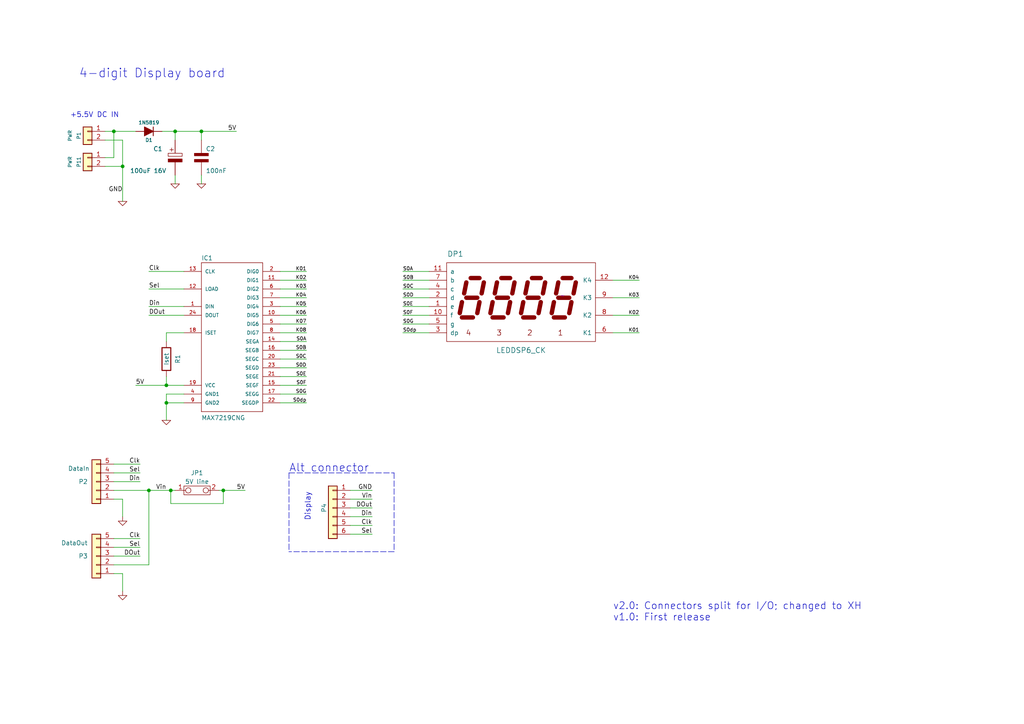
<source format=kicad_sch>
(kicad_sch (version 20211123) (generator eeschema)
  (paper "A4")
  (title_block (date "6 mar 2017") (rev "v1.0"))
  (lib_symbols
    (symbol "Connector_Generic:Conn_01x02" (pin_names (offset 1.016) hide)
      (property "Reference" "J" (at 0 2.54 0))
      (property "Value" "Conn_01x02" (at 0 -5.08 0))
      (symbol "Conn_01x02_1_1"
        (rectangle (start -1.27 -2.413) (end 0 -2.667) (stroke (width 0.1524)))
        (rectangle (start -1.27 0.127) (end 0 -0.127) (stroke (width 0.1524)))
        (rectangle (start -1.27 1.27) (end 1.27 -3.81) (stroke (width 0.254)) (fill (type background)))
        (pin passive line (at -5.08 0 0) (length 3.81) (name "Pin_1") (number "1"))
        (pin passive line (at -5.08 -2.54 0) (length 3.81) (name "Pin_2") (number "2"))
      )
    )
    (symbol "Connector_Generic:Conn_01x05" (pin_names hide)
      (property "Reference" "J" (at 0 7.62 0))
      (property "Value" "Conn_01x05" (at 0 -7.62 0))
      (symbol "Conn_01x05_1_1"
        (rectangle (start -1.27 -4.953) (end 0 -5.207))
        (rectangle (start -1.27 -2.413) (end 0 -2.667))
        (rectangle (start -1.27 0.127) (end 0 -0.127))
        (rectangle (start -1.27 2.667) (end 0 2.413))
        (rectangle (start -1.27 5.207) (end 0 4.953))
        (rectangle (start -1.27 6.35) (end 1.27 -6.35) (stroke (width 0.254)) (fill (type background)))
        (pin passive line (at -5.08 5.08 0) (length 3.81) (name "Pin_1") (number "1"))
        (pin passive line (at -5.08 2.54 0) (length 3.81) (name "Pin_2") (number "2"))
        (pin passive line (at -5.08 0 0) (length 3.81) (name "Pin_3") (number "3"))
        (pin passive line (at -5.08 -2.54 0) (length 3.81) (name "Pin_4") (number "4"))
        (pin passive line (at -5.08 -5.08 0) (length 3.81) (name "Pin_5") (number "5"))
      )
    )
    (symbol "Connector_Generic:Conn_01x06" (pin_names (offset 1.016) hide)
      (property "Reference" "J" (at 0 7.62 0))
      (property "Value" "Conn_01x06" (at 0 -10.16 0))
      (symbol "Conn_01x06_1_1"
        (rectangle (start -1.27 -7.493) (end 0 -7.747) (stroke (width 0.1524)))
        (rectangle (start -1.27 -4.953) (end 0 -5.207) (stroke (width 0.1524)))
        (rectangle (start -1.27 -2.413) (end 0 -2.667) (stroke (width 0.1524)))
        (rectangle (start -1.27 0.127) (end 0 -0.127) (stroke (width 0.1524)))
        (rectangle (start -1.27 2.667) (end 0 2.413) (stroke (width 0.1524)))
        (rectangle (start -1.27 5.207) (end 0 4.953) (stroke (width 0.1524)))
        (rectangle (start -1.27 6.35) (end 1.27 -8.89) (stroke (width 0.254)) (fill (type background)))
        (pin passive line (at -5.08 5.08 0) (length 3.81) (name "Pin_1") (number "1"))
        (pin passive line (at -5.08 2.54 0) (length 3.81) (name "Pin_2") (number "2"))
        (pin passive line (at -5.08 0 0) (length 3.81) (name "Pin_3") (number "3"))
        (pin passive line (at -5.08 -2.54 0) (length 3.81) (name "Pin_4") (number "4"))
        (pin passive line (at -5.08 -5.08 0) (length 3.81) (name "Pin_5") (number "5"))
        (pin passive line (at -5.08 -7.62 0) (length 3.81) (name "Pin_6") (number "6"))
      )
    )
    (symbol "Device:D_Filled" (pin_numbers hide) (pin_names (offset 1.016) hide)
      (property "Reference" "D" (at 0 2.54 0))
      (property "Value" "D_Filled" (at 0 -2.54 0))
      (symbol "D_Filled_0_1"
        (polyline (pts (xy -1.27 1.27) (xy -1.27 -1.27)) (stroke (width 0.254)))
        (polyline (pts (xy 1.27 0) (xy -1.27 0)))
        (polyline (pts (xy 1.27 1.27) (xy 1.27 -1.27) (xy -1.27 0) (xy 1.27 1.27)) (stroke (width 0.254)) (fill (type outline)))
      )
      (symbol "D_Filled_1_1"
        (pin passive line (at -3.81 0 0) (length 2.54) (name "K") (number "1"))
        (pin passive line (at 3.81 0 180) (length 2.54) (name "A") (number "2"))
      )
    )
    (symbol "FSP-Display6-rescue:GND" (power) (pin_names (offset 0))
      (symbol "GND_0_1"
        (polyline (pts (xy -1.27 0) (xy 0 -1.27) (xy 1.27 0) (xy -1.27 0)))
      )
      (symbol "GND_1_1"
        (pin power_in line (at 0 0 90) (length 0) hide (name "GND") (number "1"))
      )
    )
    (symbol "FSP-Display6-rescue:MAX7219CNG" (pin_names (offset 1.016))
      (property "Reference" "IC" (at -10.16 20.955 0))
      (property "Value" "MAX7219CNG" (at -10.16 -25.4 0))
      (symbol "MAX7219CNG_1_0"
        (polyline (pts (xy -10.16 -22.86) (xy 7.62 -22.86)))
        (polyline (pts (xy -10.16 20.32) (xy -10.16 -22.86)))
        (polyline (pts (xy 7.62 -22.86) (xy 7.62 20.32)))
        (polyline (pts (xy 7.62 20.32) (xy -10.16 20.32)))
      )
      (symbol "MAX7219CNG_1_1"
        (pin input line (at -15.24 7.62 0) (length 5.08) (name "DIN") (number "1"))
        (pin output line (at 12.7 5.08 180) (length 5.08) (name "DIG5") (number "10"))
        (pin output line (at 12.7 15.24 180) (length 5.08) (name "DIG1") (number "11"))
        (pin input line (at -15.24 12.7 0) (length 5.08) (name "LOAD") (number "12"))
        (pin input line (at -15.24 17.78 0) (length 5.08) (name "CLK") (number "13"))
        (pin output line (at 12.7 -2.54 180) (length 5.08) (name "SEGA") (number "14"))
        (pin output line (at 12.7 -15.24 180) (length 5.08) (name "SEGF") (number "15"))
        (pin output line (at 12.7 -5.08 180) (length 5.08) (name "SEGB") (number "16"))
        (pin output line (at 12.7 -17.78 180) (length 5.08) (name "SEGG") (number "17"))
        (pin input line (at -15.24 0 0) (length 5.08) (name "ISET") (number "18"))
        (pin power_in line (at -15.24 -15.24 0) (length 5.08) (name "VCC") (number "19"))
        (pin output line (at 12.7 17.78 180) (length 5.08) (name "DIG0") (number "2"))
        (pin output line (at 12.7 -7.62 180) (length 5.08) (name "SEGC") (number "20"))
        (pin output line (at 12.7 -12.7 180) (length 5.08) (name "SEGE") (number "21"))
        (pin output line (at 12.7 -20.32 180) (length 5.08) (name "SEGDP") (number "22"))
        (pin output line (at 12.7 -10.16 180) (length 5.08) (name "SEGD") (number "23"))
        (pin output line (at -15.24 5.08 0) (length 5.08) (name "DOUT") (number "24"))
        (pin output line (at 12.7 7.62 180) (length 5.08) (name "DIG4") (number "3"))
        (pin power_in line (at -15.24 -17.78 0) (length 5.08) (name "GND1") (number "4"))
        (pin output line (at 12.7 2.54 180) (length 5.08) (name "DIG6") (number "5"))
        (pin output line (at 12.7 12.7 180) (length 5.08) (name "DIG2") (number "6"))
        (pin output line (at 12.7 10.16 180) (length 5.08) (name "DIG3") (number "7"))
        (pin output line (at 12.7 0 180) (length 5.08) (name "DIG7") (number "8"))
        (pin power_in line (at -15.24 -20.32 0) (length 5.08) (name "GND2") (number "9"))
      )
    )
    (symbol "FSP-Display6-rescue:R" (pin_numbers hide) (pin_names (offset 0))
      (property "Reference" "R" (at 3.302 0 90))
      (property "Value" "R" (at 0 0 90))
      (symbol "R_0_1"
        (rectangle (start -1.27 3.302) (end 1.27 -3.302) (stroke (width 0.3048)))
      )
      (symbol "R_1_1"
        (pin passive line (at 0 5.08 270) (length 1.778) (name "~") (number "1"))
        (pin passive line (at 0 -5.08 90) (length 1.778) (name "~") (number "2"))
      )
    )
    (symbol "GCC_Switches:JUMPER2"
      (property "Reference" "JP" (at 7.62 3.81 0))
      (property "Value" "JUMPER2" (at 7.62 -3.81 0))
      (symbol "JUMPER2_0_1"
        (rectangle (start 2.54 1.27) (end 10.16 -1.27))
        (circle (center 3.81 0) (radius 0.762))
        (circle (center 8.89 0) (radius 0.762))
      )
      (symbol "JUMPER2_1_1"
        (pin passive line (at 0 0 0) (length 3.048) (name "~") (number "1"))
        (pin passive line (at 12.7 0 180) (length 3.048) (name "~") (number "2"))
      )
    )
    (symbol "GCC_device:C" (pin_numbers hide) (pin_names (offset 0.254))
      (property "Reference" "C" (at 1.27 2.54 0))
      (property "Value" "C" (at 1.27 -2.54 0))
      (symbol "C_0_1"
        (rectangle (start -2.032 -0.508) (end 2.032 -1.27) (fill (type outline)))
        (rectangle (start -2.032 1.27) (end 2.032 0.508) (fill (type outline)))
      )
      (symbol "C_1_1"
        (pin passive line (at 0 5.08 270) (length 3.81) (name "~") (number "1"))
        (pin passive line (at 0 -5.08 90) (length 3.81) (name "~") (number "2"))
      )
    )
    (symbol "GCC_device:CAPAPOL" (pin_numbers hide) (pin_names (offset 0.254) hide)
      (property "Reference" "C" (at 1.27 2.54 0))
      (property "Value" "CAPAPOL" (at 1.27 -2.54 0))
      (symbol "CAPAPOL_0_1"
        (rectangle (start -2.032 -0.381) (end 2.032 -1.27) (fill (type outline)))
        (rectangle (start -2.032 1.27) (end 2.032 0.381))
        (polyline (pts (xy -1.524 2.286) (xy -0.508 2.286) (xy -0.508 2.286)))
        (polyline (pts (xy -1.016 2.794) (xy -1.016 1.778) (xy -1.016 2.032)))
      )
      (symbol "CAPAPOL_1_1"
        (pin passive line (at 0 5.08 270) (length 3.81) (name "~") (number "1"))
        (pin passive line (at 0 -5.08 90) (length 3.81) (name "~") (number "2"))
      )
    )
    (symbol "GCC_display:LEDDSP4_CK_6+6" (pin_names (offset 1.016))
      (property "Reference" "S" (at -20.32 11.43 0))
      (property "Value" "LEDDSP4_CK_6+6" (at 0 -15.24 0))
      (symbol "LEDDSP4_CK_6+6_0_0"
        (text "1" (at 11.43 -10.16 0) (effects (font (size 1.524 1.524))))
        (text "2" (at 2.54 -10.16 0) (effects (font (size 1.524 1.524))))
        (text "3" (at -6.35 -10.16 0) (effects (font (size 1.524 1.524))))
        (text "4" (at -15.24 -10.16 0) (effects (font (size 1.524 1.524))))
      )
      (symbol "LEDDSP4_CK_6+6_0_1"
        (rectangle (start -21.59 10.16) (end 21.59 -12.7))
        (polyline (pts (xy -17.145 -5.715) (xy -13.97 -5.715)) (stroke (width 1.27)))
        (polyline (pts (xy -17.145 -1.27) (xy -17.78 -4.445)) (stroke (width 1.27)))
        (polyline (pts (xy -16.51 1.27) (xy -15.875 4.445)) (stroke (width 1.27)))
        (polyline (pts (xy -15.875 0) (xy -12.7 0)) (stroke (width 1.27)))
        (polyline (pts (xy -14.605 5.715) (xy -12.065 5.715)) (stroke (width 1.27)))
        (polyline (pts (xy -12.065 -1.27) (xy -12.7 -4.445)) (stroke (width 1.27)))
        (polyline (pts (xy -11.43 -5.715) (xy -11.43 -5.715)) (stroke (width 1.27)))
        (polyline (pts (xy -11.43 1.27) (xy -10.795 4.445)) (stroke (width 1.27)))
        (polyline (pts (xy -8.255 -5.715) (xy -5.08 -5.715)) (stroke (width 1.27)))
        (polyline (pts (xy -8.255 -1.27) (xy -8.89 -4.445)) (stroke (width 1.27)))
        (polyline (pts (xy -7.62 1.27) (xy -6.985 4.445)) (stroke (width 1.27)))
        (polyline (pts (xy -6.985 0) (xy -3.81 0)) (stroke (width 1.27)))
        (polyline (pts (xy -5.715 5.715) (xy -3.175 5.715)) (stroke (width 1.27)))
        (polyline (pts (xy -3.175 -1.27) (xy -3.81 -4.445)) (stroke (width 1.27)))
        (polyline (pts (xy -2.54 -5.715) (xy -2.54 -5.715)) (stroke (width 1.27)))
        (polyline (pts (xy -2.54 1.27) (xy -1.905 4.445)) (stroke (width 1.27)))
        (polyline (pts (xy 0.635 -5.715) (xy 3.81 -5.715)) (stroke (width 1.27)))
        (polyline (pts (xy 0.635 -1.27) (xy 0 -4.445)) (stroke (width 1.27)))
        (polyline (pts (xy 1.27 1.27) (xy 1.905 4.445)) (stroke (width 1.27)))
        (polyline (pts (xy 1.905 0) (xy 5.08 0)) (stroke (width 1.27)))
        (polyline (pts (xy 3.175 5.715) (xy 5.715 5.715)) (stroke (width 1.27)))
        (polyline (pts (xy 5.715 -1.27) (xy 5.08 -4.445)) (stroke (width 1.27)))
        (polyline (pts (xy 6.35 -5.715) (xy 6.35 -5.715)) (stroke (width 1.27)))
        (polyline (pts (xy 6.35 1.27) (xy 6.985 4.445)) (stroke (width 1.27)))
        (polyline (pts (xy 9.525 -5.715) (xy 12.7 -5.715)) (stroke (width 1.27)))
        (polyline (pts (xy 9.525 -1.27) (xy 8.89 -4.445)) (stroke (width 1.27)))
        (polyline (pts (xy 10.16 1.27) (xy 10.795 4.445)) (stroke (width 1.27)))
        (polyline (pts (xy 10.795 0) (xy 13.97 0)) (stroke (width 1.27)))
        (polyline (pts (xy 12.065 5.715) (xy 14.605 5.715)) (stroke (width 1.27)))
        (polyline (pts (xy 14.605 -1.27) (xy 13.97 -4.445)) (stroke (width 1.27)))
        (polyline (pts (xy 15.24 -5.715) (xy 15.24 -5.715)) (stroke (width 1.27)))
        (polyline (pts (xy 15.24 1.27) (xy 15.875 4.445)) (stroke (width 1.27)))
      )
      (symbol "LEDDSP4_CK_6+6_1_1"
        (pin passive line (at -26.67 -2.54 0) (length 5.08) (name "e") (number "1"))
        (pin passive line (at -26.67 -5.08 0) (length 5.08) (name "f") (number "10"))
        (pin passive line (at -26.67 7.62 0) (length 5.08) (name "a") (number "11"))
        (pin passive line (at 26.67 5.08 180) (length 5.08) (name "K4") (number "12"))
        (pin passive line (at -26.67 0 0) (length 5.08) (name "d") (number "2"))
        (pin passive line (at -26.67 -10.16 0) (length 5.08) (name "dp") (number "3"))
        (pin passive line (at -26.67 2.54 0) (length 5.08) (name "c") (number "4"))
        (pin passive line (at -26.67 -7.62 0) (length 5.08) (name "g") (number "5"))
        (pin passive line (at 26.67 -10.16 180) (length 5.08) (name "K1") (number "6"))
        (pin passive line (at -26.67 5.08 0) (length 5.08) (name "b") (number "7"))
        (pin passive line (at 26.67 -5.08 180) (length 5.08) (name "K2") (number "8"))
        (pin passive line (at 26.67 0 180) (length 5.08) (name "K3") (number "9"))
      )
    )
    (symbol "power:GND" (power) (pin_names (offset 0))
      (property "Value" "GND" (at 0 -3.81 0))
      (symbol "GND_0_1"
        (polyline (pts (xy 0 0) (xy 0 -1.27) (xy 1.27 -1.27) (xy 0 -2.54) (xy -1.27 -1.27) (xy 0 -1.27)))
      )
      (symbol "GND_1_1"
        (pin power_in line (at 0 0 270) (length 0) hide (name "GND") (number "1"))
      )
    )
  )
  (junction (at 33.02 38.1))
  (junction (at 49.53 142.24))
  (junction (at 43.18 142.24))
  (junction (at 35.56 48.26))
  (junction (at 64.77 142.24))
  (junction (at 48.26 116.84))
  (junction (at 48.26 111.76))
  (junction (at 50.8 38.1))
  (junction (at 58.42 38.1))
  (wire (pts (xy 63.5 142.24) (xy 64.77 142.24)))
  (wire (pts (xy 48.26 116.84) (xy 53.34 116.84)))
  (wire (pts (xy 116.84 93.98) (xy 124.46 93.98)))
  (wire (pts (xy 48.26 111.76) (xy 53.34 111.76)))
  (wire (pts (xy 35.56 144.78) (xy 35.56 149.86)))
  (wire (pts (xy 116.84 78.74) (xy 124.46 78.74)))
  (wire (pts (xy 81.28 114.3) (xy 88.9 114.3)))
  (wire (pts (xy 53.34 88.9) (xy 43.18 88.9)))
  (wire (pts (xy 53.34 78.74) (xy 43.18 78.74)))
  (wire (pts (xy 101.6 152.4) (xy 107.95 152.4)))
  (wire (pts (xy 58.42 50.8) (xy 58.42 53.34)))
  (wire (pts (xy 53.34 83.82) (xy 43.18 83.82)))
  (wire (pts (xy 107.95 149.86) (xy 101.6 149.86)))
  (wire (pts (xy 116.84 96.52) (xy 124.46 96.52)))
  (wire (pts (xy 116.84 88.9) (xy 124.46 88.9)))
  (polyline (pts (xy 83.82 137.16) (xy 83.82 160.02)))
  (wire (pts (xy 50.8 50.8) (xy 50.8 53.34)))
  (wire (pts (xy 40.64 137.16) (xy 33.02 137.16)))
  (wire (pts (xy 48.26 109.22) (xy 48.26 111.76)))
  (wire (pts (xy 116.84 81.28) (xy 124.46 81.28)))
  (wire (pts (xy 50.8 38.1) (xy 58.42 38.1)))
  (wire (pts (xy 50.8 38.1) (xy 50.8 40.64)))
  (wire (pts (xy 33.02 38.1) (xy 39.37 38.1)))
  (wire (pts (xy 30.48 45.72) (xy 33.02 45.72)))
  (wire (pts (xy 64.77 146.05) (xy 64.77 142.24)))
  (wire (pts (xy 49.53 146.05) (xy 64.77 146.05)))
  (polyline (pts (xy 114.3 137.16) (xy 114.3 160.02)))
  (wire (pts (xy 81.28 96.52) (xy 88.9 96.52)))
  (wire (pts (xy 81.28 104.14) (xy 88.9 104.14)))
  (wire (pts (xy 81.28 109.22) (xy 88.9 109.22)))
  (wire (pts (xy 46.99 38.1) (xy 50.8 38.1)))
  (wire (pts (xy 40.64 158.75) (xy 33.02 158.75)))
  (wire (pts (xy 35.56 40.64) (xy 30.48 40.64)))
  (wire (pts (xy 39.37 111.76) (xy 48.26 111.76)))
  (wire (pts (xy 107.95 147.32) (xy 101.6 147.32)))
  (wire (pts (xy 81.28 86.36) (xy 88.9 86.36)))
  (wire (pts (xy 33.02 163.83) (xy 43.18 163.83)))
  (wire (pts (xy 177.8 91.44) (xy 185.42 91.44)))
  (wire (pts (xy 81.28 106.68) (xy 88.9 106.68)))
  (wire (pts (xy 30.48 38.1) (xy 33.02 38.1)))
  (wire (pts (xy 53.34 91.44) (xy 43.18 91.44)))
  (wire (pts (xy 81.28 99.06) (xy 88.9 99.06)))
  (wire (pts (xy 53.34 114.3) (xy 48.26 114.3)))
  (wire (pts (xy 116.84 83.82) (xy 124.46 83.82)))
  (wire (pts (xy 81.28 78.74) (xy 88.9 78.74)))
  (wire (pts (xy 35.56 166.37) (xy 35.56 171.45)))
  (wire (pts (xy 30.48 48.26) (xy 35.56 48.26)))
  (wire (pts (xy 35.56 40.64) (xy 35.56 48.26)))
  (wire (pts (xy 35.56 48.26) (xy 35.56 58.42)))
  (wire (pts (xy 177.8 86.36) (xy 185.42 86.36)))
  (polyline (pts (xy 114.3 160.02) (xy 83.82 160.02)))
  (wire (pts (xy 40.64 161.29) (xy 33.02 161.29)))
  (wire (pts (xy 81.28 83.82) (xy 88.9 83.82)))
  (wire (pts (xy 40.64 156.21) (xy 33.02 156.21)))
  (wire (pts (xy 53.34 96.52) (xy 48.26 96.52)))
  (wire (pts (xy 33.02 144.78) (xy 35.56 144.78)))
  (wire (pts (xy 40.64 139.7) (xy 33.02 139.7)))
  (wire (pts (xy 43.18 142.24) (xy 49.53 142.24)))
  (wire (pts (xy 48.26 116.84) (xy 48.26 121.92)))
  (wire (pts (xy 81.28 81.28) (xy 88.9 81.28)))
  (wire (pts (xy 49.53 142.24) (xy 49.53 146.05)))
  (wire (pts (xy 116.84 91.44) (xy 124.46 91.44)))
  (polyline (pts (xy 83.82 137.16) (xy 114.3 137.16)))
  (wire (pts (xy 81.28 88.9) (xy 88.9 88.9)))
  (wire (pts (xy 177.8 96.52) (xy 185.42 96.52)))
  (wire (pts (xy 177.8 81.28) (xy 185.42 81.28)))
  (wire (pts (xy 107.95 154.94) (xy 101.6 154.94)))
  (wire (pts (xy 43.18 142.24) (xy 43.18 163.83)))
  (wire (pts (xy 107.95 142.24) (xy 101.6 142.24)))
  (wire (pts (xy 33.02 45.72) (xy 33.02 38.1)))
  (wire (pts (xy 101.6 144.78) (xy 107.95 144.78)))
  (wire (pts (xy 81.28 116.84) (xy 88.9 116.84)))
  (wire (pts (xy 81.28 93.98) (xy 88.9 93.98)))
  (wire (pts (xy 58.42 38.1) (xy 68.58 38.1)))
  (wire (pts (xy 81.28 111.76) (xy 88.9 111.76)))
  (wire (pts (xy 48.26 114.3) (xy 48.26 116.84)))
  (wire (pts (xy 40.64 134.62) (xy 33.02 134.62)))
  (wire (pts (xy 49.53 142.24) (xy 50.8 142.24)))
  (wire (pts (xy 64.77 142.24) (xy 71.12 142.24)))
  (wire (pts (xy 33.02 142.24) (xy 43.18 142.24)))
  (wire (pts (xy 48.26 96.52) (xy 48.26 99.06)))
  (wire (pts (xy 116.84 86.36) (xy 124.46 86.36)))
  (wire (pts (xy 81.28 91.44) (xy 88.9 91.44)))
  (wire (pts (xy 58.42 38.1) (xy 58.42 40.64)))
  (wire (pts (xy 33.02 166.37) (xy 35.56 166.37)))
  (wire (pts (xy 81.28 101.6) (xy 88.9 101.6)))
  (text "+5.5V DC IN" (at 20.32 34.29 0) (effects (font (size 1.4732 1.4732)) (justify left bottom)))
  (text "Alt connector" (at 83.82 137.16 0) (effects (font (size 2.286 2.286)) (justify left bottom)))
  (text "v2.0: Connectors split for I/O; changed to XH\nv1.0: First release" (at 177.8 180.34 0) (effects (font (size 2.032 2.032)) (justify left bottom)))
  (text "4-digit Display board" (at 22.86 22.86 0) (effects (font (size 2.54 2.54)) (justify left bottom)))
  (text "Display" (at 90.17 151.13 90) (effects (font (size 1.524 1.524)) (justify left bottom)))
  (label "S0dp" (at 88.9 116.84 180) (effects (font (size 1.016 1.016))))
  (label "Vin" (at 48.26 142.24 180))
  (label "K01" (at 88.9 78.74 180) (effects (font (size 1.016 1.016))))
  (label "Din" (at 43.18 88.9 0))
  (label "S0A" (at 88.9 99.06 180) (effects (font (size 1.016 1.016))))
  (label "S0F" (at 88.9 111.76 180) (effects (font (size 1.016 1.016))))
  (label "K02" (at 88.9 81.28 180) (effects (font (size 1.016 1.016))))
  (label "S0B" (at 88.9 101.6 180) (effects (font (size 1.016 1.016))))
  (label "S0C" (at 88.9 104.14 180) (effects (font (size 1.016 1.016))))
  (label "K03" (at 185.42 86.36 180) (effects (font (size 1.016 1.016))))
  (label "Sel" (at 107.95 154.94 180))
  (label "Din" (at 107.95 149.86 180))
  (label "K08" (at 88.9 96.52 180) (effects (font (size 1.016 1.016))))
  (label "S0F" (at 116.84 91.44 0) (effects (font (size 1.016 1.016))))
  (label "S0E" (at 116.84 88.9 0) (effects (font (size 1.016 1.016))))
  (label "DOut" (at 107.95 147.32 180))
  (label "K03" (at 88.9 83.82 180) (effects (font (size 1.016 1.016))))
  (label "Clk" (at 43.18 78.74 0))
  (label "Sel" (at 40.64 158.75 180))
  (label "S0G" (at 116.84 93.98 0) (effects (font (size 1.016 1.016))))
  (label "K06" (at 88.9 91.44 180) (effects (font (size 1.016 1.016))))
  (label "K05" (at 88.9 88.9 180) (effects (font (size 1.016 1.016))))
  (label "K02" (at 185.42 91.44 180) (effects (font (size 1.016 1.016))))
  (label "Clk" (at 40.64 156.21 180))
  (label "Din" (at 40.64 139.7 180))
  (label "K04" (at 185.42 81.28 180) (effects (font (size 1.016 1.016))))
  (label "5V" (at 71.12 142.24 180))
  (label "S0B" (at 116.84 81.28 0) (effects (font (size 1.016 1.016))))
  (label "K04" (at 88.9 86.36 180) (effects (font (size 1.016 1.016))))
  (label "Sel" (at 40.64 137.16 180))
  (label "Vin" (at 107.95 144.78 180))
  (label "S0D" (at 116.84 86.36 0) (effects (font (size 1.016 1.016))))
  (label "GND" (at 107.95 142.24 180))
  (label "S0E" (at 88.9 109.22 180) (effects (font (size 1.016 1.016))))
  (label "S0dp" (at 116.84 96.52 0) (effects (font (size 1.016 1.016))))
  (label "S0G" (at 88.9 114.3 180) (effects (font (size 1.016 1.016))))
  (label "5V" (at 68.58 38.1 180))
  (label "5V" (at 39.37 111.76 0))
  (label "GND" (at 35.56 55.88 180))
  (label "DOut" (at 40.64 161.29 180))
  (label "DOut" (at 43.18 91.44 0))
  (label "S0A" (at 116.84 78.74 0) (effects (font (size 1.016 1.016))))
  (label "Clk" (at 40.64 134.62 180))
  (label "S0C" (at 116.84 83.82 0) (effects (font (size 1.016 1.016))))
  (label "Sel" (at 43.18 83.82 0))
  (label "K07" (at 88.9 93.98 180) (effects (font (size 1.016 1.016))))
  (label "S0D" (at 88.9 106.68 180) (effects (font (size 1.016 1.016))))
  (label "Clk" (at 107.95 152.4 180))
  (label "K01" (at 185.42 96.52 180) (effects (font (size 1.016 1.016))))
  (symbol (lib_id "Device:D_Filled") (at 43.18 38.1 180) (unit 1)
    (property "Reference" "D1" (at 43.18 40.64 0) (effects (font (size 1.016 1.016))))
    (property "Value" "1N5819" (at 43.18 35.56 0) (effects (font (size 1.016 1.016))))
    (property "Footprint" "Diode_SMD:D_SMA_Handsoldering" (effects hide))
  )
  (symbol (lib_id "GCC_device:C") (at 58.42 45.72 0) (unit 1)
    (property "Reference" "C2" (at 59.69 43.18 0) (effects (justify left)))
    (property "Value" "100nF" (at 59.69 49.53 0) (effects (justify left)))
    (property "Footprint" "Capacitor_SMD:C_1206_3216Metric_Pad1.33x1.80mm_HandSolder" (effects hide))
  )
  (symbol (lib_id "FSP-Display6-rescue:GND") (at 50.8 53.34 0) (unit 1)
    (property "Reference" "#PWR01" (effects hide))
    (property "Value" "GND" (effects hide))
  )
  (symbol (lib_id "FSP-Display6-rescue:GND") (at 58.42 53.34 0) (unit 1)
    (property "Reference" "#PWR02" (effects hide))
    (property "Value" "GND" (effects hide))
  )
  (symbol (lib_id "FSP-Display6-rescue:GND") (at 35.56 58.42 0) (unit 1)
    (property "Reference" "#PWR03" (effects hide))
    (property "Value" "GND" (effects hide))
  )
  (symbol (lib_id "Connector_Generic:Conn_01x02") (at 25.4 38.1 0) (mirror y) (unit 1)
    (property "Reference" "P1" (at 22.86 39.37 90) (effects (font (size 1.016 1.016))))
    (property "Value" "PWR" (at 20.32 39.37 90) (effects (font (size 1.016 1.016))))
    (property "Footprint" "Connector_PinHeader_2.54mm:PinHeader_1x02_P2.54mm_Vertical" (effects hide))
  )
  (symbol (lib_id "FSP-Display6-rescue:MAX7219CNG") (at 68.58 96.52 0) (unit 1)
    (property "Reference" "IC1" (at 58.42 75.565 0) (effects (justify left bottom)))
    (property "Value" "MAX7219CNG" (at 58.42 121.92 0) (effects (justify left bottom)))
    (property "Footprint" "Package_DIP:DIP-24_W7.62mm_Socket" (effects hide))
  )
  (symbol (lib_id "FSP-Display6-rescue:R") (at 48.26 104.14 0) (unit 1)
    (property "Reference" "R1" (at 51.562 104.14 90))
    (property "Value" "Iset" (at 48.26 104.14 90))
    (property "Footprint" "Resistor_THT:R_Axial_DIN0207_L6.3mm_D2.5mm_P10.16mm_Horizontal" (effects hide))
  )
  (symbol (lib_id "GCC_device:CAPAPOL") (at 50.8 45.72 0) (unit 1)
    (property "Reference" "C1" (at 44.45 43.18 0) (effects (justify left)))
    (property "Value" "100uF 16V" (at 48.26 49.53 0) (effects (justify right)))
    (property "Footprint" "Capacitor_THT:CP_Radial_D5.0mm_P2.50mm" (effects hide))
  )
  (symbol (lib_id "FSP-Display6-rescue:GND") (at 48.26 121.92 0) (unit 1)
    (property "Reference" "#PWR05" (effects hide))
    (property "Value" "GND" (effects hide))
  )
  (symbol (lib_id "Connector_Generic:Conn_01x06") (at 96.52 147.32 0) (mirror y) (unit 1) (in_bom no) (on_board no)
    (property "Reference" "P4" (at 93.98 147.32 90))
    (property "Value" "CONN-6" (effects hide))
    (property "Footprint" "Connector_PinHeader_2.54mm:PinHeader_1x06_P2.54mm_Vertical" (effects hide))
  )
  (symbol (lib_id "GCC_display:LEDDSP4_CK_6+6") (at 151.13 86.36 0) (unit 1)
    (property "Reference" "DP1" (at 132.08 73.66 0) (effects (font (size 1.524 1.524))))
    (property "Value" "LEDDSP6_CK" (at 151.13 101.6 0) (effects (font (size 1.524 1.524))))
    (property "Footprint" "GCC_Display:Disp7s4x_036" (effects hide))
    (property "Datasheet" "~" (at 163.195 85.725 0) (effects (font (size 1.524 1.524))))
  )
  (symbol (lib_id "Connector_Generic:Conn_01x02") (at 25.4 45.72 0) (mirror y) (unit 1)
    (property "Reference" "P11" (at 22.86 46.99 90) (effects (font (size 1.016 1.016))))
    (property "Value" "PWR" (at 20.32 46.99 90) (effects (font (size 1.016 1.016))))
    (property "Footprint" "GCC_Headers:HDR2-3.50+3.81mm" (effects hide))
  )
  (symbol (lib_id "Connector_Generic:Conn_01x05") (at 27.94 139.7 180) (unit 1)
    (property "Reference" "P2" (at 24.13 139.7 0))
    (property "Value" "DataIn" (at 22.86 135.89 0))
    (property "Footprint" "Connector_JST:JST_XH_B5B-XH-A_1x05_P2.50mm_Vertical" (effects hide))
  )
  (symbol (lib_id "Connector_Generic:Conn_01x05") (at 27.94 161.29 180) (unit 1)
    (property "Reference" "P3" (at 24.13 161.29 0))
    (property "Value" "DataOut" (at 21.59 157.48 0))
    (property "Footprint" "Connector_JST:JST_XH_B5B-XH-A_1x05_P2.50mm_Vertical" (effects hide))
  )
  (symbol (lib_id "power:GND") (at 35.56 171.45 0) (unit 1)
    (property "Reference" "#PWR0102" (effects hide))
    (property "Value" "GND" (effects hide))
    (property "Source" "ANY" (effects hide))
    (property "Critical" "N" (effects hide))
  )
  (symbol (lib_id "GCC_Switches:JUMPER2") (at 50.8 142.24 0) (unit 1)
    (property "Reference" "JP1" (at 57.15 137.16 0))
    (property "Value" "5V line" (at 57.15 139.7 0))
    (property "Footprint" "Jumper:SolderJumper-2_P1.3mm_Bridged_Pad1.0x1.5mm" (effects hide))
  )
  (symbol (lib_id "power:GND") (at 35.56 149.86 0) (unit 1)
    (property "Reference" "#PWR0103" (effects hide))
    (property "Value" "GND" (effects hide))
    (property "Source" "ANY" (effects hide))
    (property "Critical" "N" (effects hide))
  )
)
</source>
